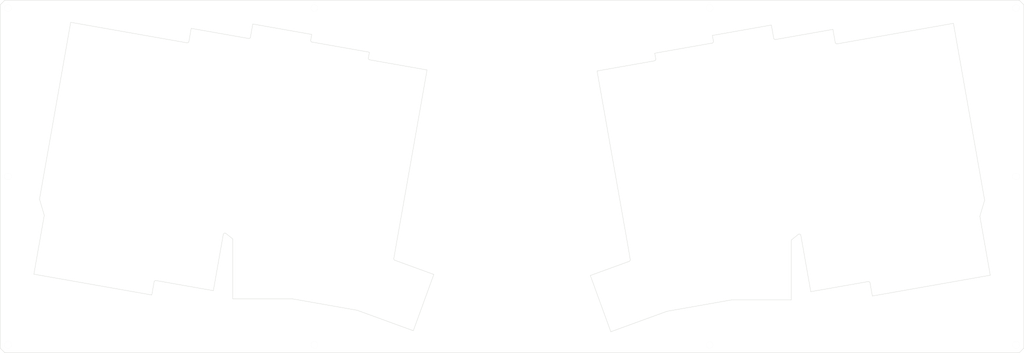
<source format=kicad_pcb>
(kicad_pcb (version 20171130) (host pcbnew "(5.1.10)-1")

  (general
    (thickness 1.6)
    (drawings 74)
    (tracks 0)
    (zones 0)
    (modules 10)
    (nets 1)
  )

  (page A3)
  (layers
    (0 F.Cu signal)
    (31 B.Cu signal)
    (32 B.Adhes user)
    (33 F.Adhes user)
    (34 B.Paste user)
    (35 F.Paste user)
    (36 B.SilkS user)
    (37 F.SilkS user)
    (38 B.Mask user)
    (39 F.Mask user)
    (40 Dwgs.User user)
    (41 Cmts.User user)
    (42 Eco1.User user)
    (43 Eco2.User user)
    (44 Edge.Cuts user)
    (45 Margin user)
    (46 B.CrtYd user)
    (47 F.CrtYd user)
    (48 B.Fab user)
    (49 F.Fab user)
  )

  (setup
    (last_trace_width 0.25)
    (user_trace_width 0.5)
    (user_trace_width 0.5)
    (trace_clearance 0.2)
    (zone_clearance 0.508)
    (zone_45_only no)
    (trace_min 0.2)
    (via_size 0.8)
    (via_drill 0.4)
    (via_min_size 0.4)
    (via_min_drill 0.3)
    (uvia_size 0.3)
    (uvia_drill 0.1)
    (uvias_allowed no)
    (uvia_min_size 0.2)
    (uvia_min_drill 0.1)
    (edge_width 0.1)
    (segment_width 0.2)
    (pcb_text_width 0.3)
    (pcb_text_size 1.5 1.5)
    (mod_edge_width 0.15)
    (mod_text_size 1 1)
    (mod_text_width 0.15)
    (pad_size 2.2 2.2)
    (pad_drill 2.2)
    (pad_to_mask_clearance 0)
    (aux_axis_origin 0 0)
    (visible_elements 7FFFFFFF)
    (pcbplotparams
      (layerselection 0x01000_7ffffffe)
      (usegerberextensions true)
      (usegerberattributes false)
      (usegerberadvancedattributes false)
      (creategerberjobfile false)
      (excludeedgelayer true)
      (linewidth 0.100000)
      (plotframeref false)
      (viasonmask false)
      (mode 1)
      (useauxorigin false)
      (hpglpennumber 1)
      (hpglpenspeed 20)
      (hpglpendiameter 15.000000)
      (psnegative false)
      (psa4output false)
      (plotreference true)
      (plotvalue true)
      (plotinvisibletext false)
      (padsonsilk false)
      (subtractmaskfromsilk false)
      (outputformat 4)
      (mirror false)
      (drillshape 0)
      (scaleselection 1)
      (outputdirectory "../../../../../../Desktop/"))
  )

  (net 0 "")

  (net_class Default "これはデフォルトのネット クラスです。"
    (clearance 0.2)
    (trace_width 0.25)
    (via_dia 0.8)
    (via_drill 0.4)
    (uvia_dia 0.3)
    (uvia_drill 0.1)
  )

  (module kbd_Hole:m2_Screw_Hole_EdgeCuts (layer F.Cu) (tedit 5DA73E67) (tstamp 60A2FDC4)
    (at 331.825 120.25)
    (descr "Mounting Hole 2.2mm, no annular, M2")
    (tags "mounting hole 2.2mm no annular m2")
    (path /629E70FB)
    (attr virtual)
    (fp_text reference J17 (at 0 -3.2) (layer F.Fab) hide
      (effects (font (size 1 1) (thickness 0.15)))
    )
    (fp_text value Conn_01x01 (at 0 3.2) (layer F.Fab) hide
      (effects (font (size 1 1) (thickness 0.15)))
    )
    (fp_text user %R (at 0.3 0) (layer F.Fab) hide
      (effects (font (size 1 1) (thickness 0.15)))
    )
    (fp_circle (center 0 0) (end 1.1 0) (layer Edge.Cuts) (width 0.01))
  )

  (module kbd_Hole:m2_Screw_Hole_EdgeCuts (layer F.Cu) (tedit 5DA73E67) (tstamp 60A2FDBE)
    (at 331.825 66.65)
    (descr "Mounting Hole 2.2mm, no annular, M2")
    (tags "mounting hole 2.2mm no annular m2")
    (path /629E70E7)
    (attr virtual)
    (fp_text reference J16 (at 0 -3.2) (layer F.Fab) hide
      (effects (font (size 1 1) (thickness 0.15)))
    )
    (fp_text value Conn_01x01 (at 0 3.2) (layer F.Fab) hide
      (effects (font (size 1 1) (thickness 0.15)))
    )
    (fp_text user %R (at 0.3 0) (layer F.Fab) hide
      (effects (font (size 1 1) (thickness 0.15)))
    )
    (fp_circle (center 0 0) (end 1.1 0) (layer Edge.Cuts) (width 0.01))
  )

  (module kbd_Hole:m2_Screw_Hole_EdgeCuts (layer F.Cu) (tedit 5DA73E67) (tstamp 60A2FDB8)
    (at 331.825 13.05)
    (descr "Mounting Hole 2.2mm, no annular, M2")
    (tags "mounting hole 2.2mm no annular m2")
    (path /5CC9EE7D)
    (attr virtual)
    (fp_text reference J15 (at 0 -3.2) (layer F.Fab) hide
      (effects (font (size 1 1) (thickness 0.15)))
    )
    (fp_text value Conn_01x01 (at 0 3.2) (layer F.Fab) hide
      (effects (font (size 1 1) (thickness 0.15)))
    )
    (fp_text user %R (at 0.3 0) (layer F.Fab) hide
      (effects (font (size 1 1) (thickness 0.15)))
    )
    (fp_circle (center 0 0) (end 1.1 0) (layer Edge.Cuts) (width 0.01))
  )

  (module kbd_Hole:m2_Screw_Hole_EdgeCuts (layer F.Cu) (tedit 5DA73E67) (tstamp 60A2FDB2)
    (at 234.325 120.25)
    (descr "Mounting Hole 2.2mm, no annular, M2")
    (tags "mounting hole 2.2mm no annular m2")
    (path /5CC48CD6)
    (attr virtual)
    (fp_text reference J14 (at 0 -3.2) (layer F.Fab) hide
      (effects (font (size 1 1) (thickness 0.15)))
    )
    (fp_text value Conn_01x01 (at 0 3.2) (layer F.Fab) hide
      (effects (font (size 1 1) (thickness 0.15)))
    )
    (fp_text user %R (at 0.3 0) (layer F.Fab) hide
      (effects (font (size 1 1) (thickness 0.15)))
    )
    (fp_circle (center 0 0) (end 1.1 0) (layer Edge.Cuts) (width 0.01))
  )

  (module kbd_Hole:m2_Screw_Hole_EdgeCuts (layer F.Cu) (tedit 5DA73E67) (tstamp 60A2FDAC)
    (at 108.575 120.25)
    (descr "Mounting Hole 2.2mm, no annular, M2")
    (tags "mounting hole 2.2mm no annular m2")
    (path /629102FD)
    (attr virtual)
    (fp_text reference J13 (at 0 -3.2) (layer F.Fab) hide
      (effects (font (size 1 1) (thickness 0.15)))
    )
    (fp_text value Conn_01x01 (at 0 3.2) (layer F.Fab) hide
      (effects (font (size 1 1) (thickness 0.15)))
    )
    (fp_text user %R (at 0.3 0) (layer F.Fab) hide
      (effects (font (size 1 1) (thickness 0.15)))
    )
    (fp_circle (center 0 0) (end 1.1 0) (layer Edge.Cuts) (width 0.01))
  )

  (module kbd_Hole:m2_Screw_Hole_EdgeCuts (layer F.Cu) (tedit 5DA73E67) (tstamp 60A2FDA6)
    (at 234.325 13.05)
    (descr "Mounting Hole 2.2mm, no annular, M2")
    (tags "mounting hole 2.2mm no annular m2")
    (path /629102E9)
    (attr virtual)
    (fp_text reference J12 (at 0 -3.2) (layer F.Fab) hide
      (effects (font (size 1 1) (thickness 0.15)))
    )
    (fp_text value Conn_01x01 (at 0 3.2) (layer F.Fab) hide
      (effects (font (size 1 1) (thickness 0.15)))
    )
    (fp_text user %R (at 0.3 0) (layer F.Fab) hide
      (effects (font (size 1 1) (thickness 0.15)))
    )
    (fp_circle (center 0 0) (end 1.1 0) (layer Edge.Cuts) (width 0.01))
  )

  (module kbd_Hole:m2_Screw_Hole_EdgeCuts (layer F.Cu) (tedit 5DA73E67) (tstamp 60A2FDA0)
    (at 108.575 13.05)
    (descr "Mounting Hole 2.2mm, no annular, M2")
    (tags "mounting hole 2.2mm no annular m2")
    (path /64540392)
    (attr virtual)
    (fp_text reference J11 (at 0 -3.2) (layer F.Fab) hide
      (effects (font (size 1 1) (thickness 0.15)))
    )
    (fp_text value Conn_01x01 (at 0 3.2) (layer F.Fab) hide
      (effects (font (size 1 1) (thickness 0.15)))
    )
    (fp_text user %R (at 0.3 0) (layer F.Fab) hide
      (effects (font (size 1 1) (thickness 0.15)))
    )
    (fp_circle (center 0 0) (end 1.1 0) (layer Edge.Cuts) (width 0.01))
  )

  (module kbd_Hole:m2_Screw_Hole_EdgeCuts (layer F.Cu) (tedit 5DA73E67) (tstamp 60A2FD9A)
    (at 11.075 120.25)
    (descr "Mounting Hole 2.2mm, no annular, M2")
    (tags "mounting hole 2.2mm no annular m2")
    (path /6454037E)
    (attr virtual)
    (fp_text reference J10 (at 0 -3.2) (layer F.Fab) hide
      (effects (font (size 1 1) (thickness 0.15)))
    )
    (fp_text value Conn_01x01 (at 0 3.2) (layer F.Fab) hide
      (effects (font (size 1 1) (thickness 0.15)))
    )
    (fp_text user %R (at 0.3 0) (layer F.Fab) hide
      (effects (font (size 1 1) (thickness 0.15)))
    )
    (fp_circle (center 0 0) (end 1.1 0) (layer Edge.Cuts) (width 0.01))
  )

  (module kbd_Hole:m2_Screw_Hole_EdgeCuts (layer F.Cu) (tedit 5DA73E67) (tstamp 60A2FD94)
    (at 11.075 66.65)
    (descr "Mounting Hole 2.2mm, no annular, M2")
    (tags "mounting hole 2.2mm no annular m2")
    (path /629E7105)
    (attr virtual)
    (fp_text reference J9 (at 0 -3.2) (layer F.Fab) hide
      (effects (font (size 1 1) (thickness 0.15)))
    )
    (fp_text value Conn_01x01 (at 0 3.2) (layer F.Fab) hide
      (effects (font (size 1 1) (thickness 0.15)))
    )
    (fp_text user %R (at 0.3 0) (layer F.Fab) hide
      (effects (font (size 1 1) (thickness 0.15)))
    )
    (fp_circle (center 0 0) (end 1.1 0) (layer Edge.Cuts) (width 0.01))
  )

  (module kbd_Hole:m2_Screw_Hole_EdgeCuts (layer F.Cu) (tedit 5DA73E67) (tstamp 60A2FD8E)
    (at 11.075 13.05)
    (descr "Mounting Hole 2.2mm, no annular, M2")
    (tags "mounting hole 2.2mm no annular m2")
    (path /629E70F1)
    (attr virtual)
    (fp_text reference J8 (at 0 -3.2) (layer F.Fab) hide
      (effects (font (size 1 1) (thickness 0.15)))
    )
    (fp_text value Conn_01x01 (at 0 3.2) (layer F.Fab) hide
      (effects (font (size 1 1) (thickness 0.15)))
    )
    (fp_text user %R (at 0.3 0) (layer F.Fab) hide
      (effects (font (size 1 1) (thickness 0.15)))
    )
    (fp_circle (center 0 0) (end 1.1 0) (layer Edge.Cuts) (width 0.01))
  )

  (gr_arc (start 134.33 92.838263) (end 133.840355 92.72) (angle -83.57847528) (layer Edge.Cuts) (width 0.1) (tstamp 61E19D65))
  (gr_arc (start 82.118675 86.790773) (end 82.613504 86.815942) (angle -56.8980708) (layer Edge.Cuts) (width 0.1) (tstamp 61E19CB5))
  (gr_arc (start 80.07 85.16) (end 80.391394 84.776978) (angle -120.5190779) (layer Edge.Cuts) (width 0.1) (tstamp 61E19CB4))
  (gr_arc (start 58.058176 100.257404) (end 58.145 99.765) (angle -90) (layer Edge.Cuts) (width 0.1) (tstamp 61E19C99))
  (gr_arc (start 68.132596 23.638176) (end 68.045772 24.13058) (angle -90) (layer Edge.Cuts) (width 0.1) (tstamp 61E19C16))
  (gr_arc (start 87.722596 22.258176) (end 87.635772 22.75058) (angle -90) (layer Edge.Cuts) (width 0.1) (tstamp 61E19C14))
  (gr_arc (start 107.881824 23.392596) (end 107.38942 23.305772) (angle -90) (layer Edge.Cuts) (width 0.1) (tstamp 61E19C12))
  (gr_arc (start 126.232404 29.046824) (end 125.74 28.96) (angle -90) (layer Edge.Cuts) (width 0.1) (tstamp 61E19BD5))
  (gr_arc (start 260.80879 87.11524) (end 260.51 86.72) (angle -56.8980708) (layer Edge.Cuts) (width 0.1) (tstamp 61E19B6A))
  (gr_arc (start 208.563929 93.186824) (end 208.706333 93.67) (angle -83.57847528) (layer Edge.Cuts) (width 0.1) (tstamp 61E19AF5))
  (gr_arc (start 262.857596 85.466824) (end 263.35 85.38) (angle -120.5190779) (layer Edge.Cuts) (width 0.1) (tstamp 61E19AEF))
  (gr_arc (start 284.866824 100.582404) (end 285.359228 100.49558) (angle -90) (layer Edge.Cuts) (width 0.1) (tstamp 61E19AE4))
  (gr_arc (start 274.792404 23.963176) (end 274.3 24.05) (angle -90) (layer Edge.Cuts) (width 0.1) (tstamp 61E19AE0))
  (gr_arc (start 255.203176 22.577596) (end 254.710772 22.66442) (angle -90) (layer Edge.Cuts) (width 0.1) (tstamp 61E19AC2))
  (gr_arc (start 235.042596 23.716824) (end 235.12942 24.209228) (angle -90) (layer Edge.Cuts) (width 0.1) (tstamp 61E19A89))
  (gr_line (start 216.862383 27.430296) (end 217.19 29.28) (layer Edge.Cuts) (width 0.1) (tstamp 61E19A68))
  (gr_arc (start 216.697596 29.366824) (end 216.78442 29.859228) (angle -90) (layer Edge.Cuts) (width 0.1))
  (gr_line (start 332.825 122.75) (end 334.325 121.25) (layer Edge.Cuts) (width 0.1))
  (gr_line (start 334.325 121.25) (end 334.325 12.05) (layer Edge.Cuts) (width 0.1))
  (gr_line (start 10.075 122.75) (end 332.825 122.75) (layer Edge.Cuts) (width 0.1))
  (gr_line (start 126.14558 29.539228) (end 144.408986 32.761692) (layer Edge.Cuts) (width 0.1))
  (gr_line (start 126.061898 27.108621) (end 125.74 28.96) (layer Edge.Cuts) (width 0.1))
  (gr_line (start 107.795 23.885) (end 126.061898 27.108621) (layer Edge.Cuts) (width 0.1))
  (gr_line (start 107.71481 21.455549) (end 107.38942 23.305772) (layer Edge.Cuts) (width 0.1))
  (gr_line (start 88.954222 18.147551) (end 107.71481 21.455549) (layer Edge.Cuts) (width 0.1))
  (gr_line (start 88.215 22.345) (end 88.954222 18.147551) (layer Edge.Cuts) (width 0.1))
  (gr_line (start 69.366635 19.5297) (end 87.635772 22.75058) (layer Edge.Cuts) (width 0.1))
  (gr_line (start 68.625 23.725) (end 69.366635 19.5297) (layer Edge.Cuts) (width 0.1))
  (gr_line (start 31.01846 17.603852) (end 68.045772 24.13058) (layer Edge.Cuts) (width 0.1))
  (gr_line (start 21.094466 73.885614) (end 31.01846 17.603852) (layer Edge.Cuts) (width 0.1))
  (gr_line (start 22.61254 78.98926) (end 21.094466 73.885614) (layer Edge.Cuts) (width 0.1))
  (gr_line (start 19.304542 97.749848) (end 22.61254 78.98926) (layer Edge.Cuts) (width 0.1))
  (gr_line (start 56.825718 104.365845) (end 19.304542 97.749848) (layer Edge.Cuts) (width 0.1))
  (gr_line (start 57.565772 100.17058) (end 56.825718 104.365845) (layer Edge.Cuts) (width 0.1))
  (gr_line (start 76.413305 102.983696) (end 58.145 99.765) (layer Edge.Cuts) (width 0.1))
  (gr_line (start 79.57683 85.07764) (end 76.413305 102.983696) (layer Edge.Cuts) (width 0.1))
  (gr_line (start 82.41 86.39) (end 80.391394 84.776978) (layer Edge.Cuts) (width 0.1))
  (gr_line (start 82.612745 105.6094) (end 82.613504 86.815942) (layer Edge.Cuts) (width 0.1))
  (gr_line (start 101.662745 105.6094) (end 82.612745 105.6094) (layer Edge.Cuts) (width 0.1))
  (gr_line (start 122.140753 109.220225) (end 101.662745 105.6094) (layer Edge.Cuts) (width 0.1))
  (gr_line (start 140.041897 115.735709) (end 122.140753 109.220225) (layer Edge.Cuts) (width 0.1))
  (gr_line (start 146.557381 97.834565) (end 140.041897 115.735709) (layer Edge.Cuts) (width 0.1))
  (gr_line (start 134.157716 93.311609) (end 146.557381 97.834565) (layer Edge.Cuts) (width 0.1))
  (gr_line (start 134.484992 89.043454) (end 133.840355 92.72) (layer Edge.Cuts) (width 0.1))
  (gr_line (start 144.408986 32.761692) (end 134.484992 89.043454) (layer Edge.Cuts) (width 0.1))
  (gr_line (start 216.78442 29.859228) (end 198.515295 33.083367) (layer Edge.Cuts) (width 0.1))
  (gr_line (start 235.12942 24.209228) (end 216.862383 27.430296) (layer Edge.Cuts) (width 0.1))
  (gr_line (start 235.209471 21.777225) (end 235.535 23.63) (layer Edge.Cuts) (width 0.1))
  (gr_line (start 253.970059 18.469227) (end 235.209471 21.777225) (layer Edge.Cuts) (width 0.1))
  (gr_line (start 254.710772 22.66442) (end 253.970059 18.469227) (layer Edge.Cuts) (width 0.1))
  (gr_line (start 273.557646 19.851376) (end 255.29 23.07) (layer Edge.Cuts) (width 0.1))
  (gr_line (start 274.3 24.05) (end 273.557646 19.851376) (layer Edge.Cuts) (width 0.1))
  (gr_line (start 311.905821 17.925527) (end 274.879228 24.45558) (layer Edge.Cuts) (width 0.1))
  (gr_line (start 321.829814 74.207291) (end 311.905821 17.925527) (layer Edge.Cuts) (width 0.1))
  (gr_line (start 320.31174 79.310937) (end 321.829814 74.207291) (layer Edge.Cuts) (width 0.1))
  (gr_line (start 323.619738 98.071525) (end 320.31174 79.310937) (layer Edge.Cuts) (width 0.1))
  (gr_line (start 286.098562 104.687521) (end 323.619738 98.071525) (layer Edge.Cuts) (width 0.1))
  (gr_line (start 285.359228 100.49558) (end 286.098562 104.687521) (layer Edge.Cuts) (width 0.1))
  (gr_line (start 266.510975 103.305372) (end 284.78 100.09) (layer Edge.Cuts) (width 0.1))
  (gr_line (start 263.35 85.38) (end 266.510975 103.305372) (layer Edge.Cuts) (width 0.1))
  (gr_line (start 260.51 86.72) (end 262.532745 85.086729) (layer Edge.Cuts) (width 0.1))
  (gr_line (start 260.311535 105.931076) (end 260.314519 87.149684) (layer Edge.Cuts) (width 0.1))
  (gr_line (start 241.261535 105.931076) (end 260.311535 105.931076) (layer Edge.Cuts) (width 0.1))
  (gr_line (start 220.783527 109.541901) (end 241.261535 105.931076) (layer Edge.Cuts) (width 0.1))
  (gr_line (start 202.882383 116.057385) (end 220.783527 109.541901) (layer Edge.Cuts) (width 0.1))
  (gr_line (start 196.366899 98.156241) (end 202.882383 116.057385) (layer Edge.Cuts) (width 0.1))
  (gr_line (start 208.706333 93.67) (end 196.366899 98.156241) (layer Edge.Cuts) (width 0.1))
  (gr_line (start 208.439288 89.365131) (end 209.06 93.099353) (layer Edge.Cuts) (width 0.1))
  (gr_line (start 198.515295 33.083367) (end 208.439288 89.365131) (layer Edge.Cuts) (width 0.1))
  (gr_line (start 10.075 122.75) (end 8.575 121.25) (layer Edge.Cuts) (width 0.1) (tstamp 60883451))
  (gr_line (start 334.325 12.05) (end 332.825 10.55) (layer Edge.Cuts) (width 0.1) (tstamp 60883444))
  (gr_line (start 8.575 12.05) (end 10.075 10.55) (layer Edge.Cuts) (width 0.1) (tstamp 60883437))
  (gr_line (start 8.575 12.05) (end 8.575 121.25) (layer Edge.Cuts) (width 0.1))
  (gr_line (start 332.825 10.55) (end 10.075 10.55) (layer Edge.Cuts) (width 0.1))

)

</source>
